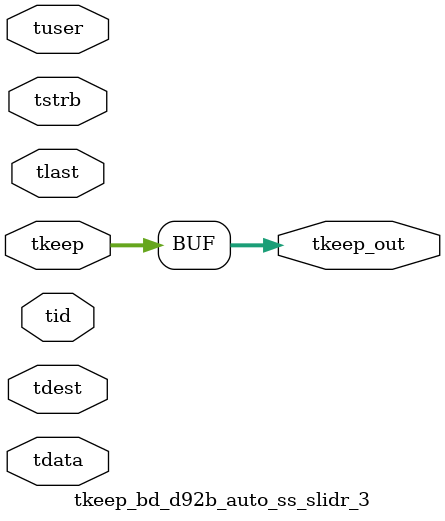
<source format=v>


`timescale 1ps/1ps

module tkeep_bd_d92b_auto_ss_slidr_3 #
(
parameter C_S_AXIS_TDATA_WIDTH = 32,
parameter C_S_AXIS_TUSER_WIDTH = 0,
parameter C_S_AXIS_TID_WIDTH   = 0,
parameter C_S_AXIS_TDEST_WIDTH = 0,
parameter C_M_AXIS_TDATA_WIDTH = 32
)
(
input  [(C_S_AXIS_TDATA_WIDTH == 0 ? 1 : C_S_AXIS_TDATA_WIDTH)-1:0     ] tdata,
input  [(C_S_AXIS_TUSER_WIDTH == 0 ? 1 : C_S_AXIS_TUSER_WIDTH)-1:0     ] tuser,
input  [(C_S_AXIS_TID_WIDTH   == 0 ? 1 : C_S_AXIS_TID_WIDTH)-1:0       ] tid,
input  [(C_S_AXIS_TDEST_WIDTH == 0 ? 1 : C_S_AXIS_TDEST_WIDTH)-1:0     ] tdest,
input  [(C_S_AXIS_TDATA_WIDTH/8)-1:0 ] tkeep,
input  [(C_S_AXIS_TDATA_WIDTH/8)-1:0 ] tstrb,
input                                                                    tlast,
output [(C_M_AXIS_TDATA_WIDTH/8)-1:0 ] tkeep_out
);

assign tkeep_out = {tkeep[7:0]};

endmodule


</source>
